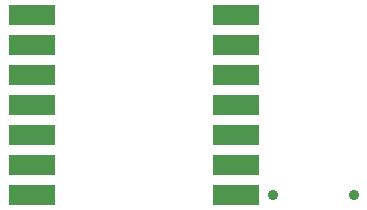
<source format=gbr>
%TF.GenerationSoftware,KiCad,Pcbnew,(6.0.6)*%
%TF.CreationDate,2022-12-20T00:37:19-06:00*%
%TF.ProjectId,Realm Card,5265616c-6d20-4436-9172-642e6b696361,A*%
%TF.SameCoordinates,Original*%
%TF.FileFunction,Soldermask,Bot*%
%TF.FilePolarity,Negative*%
%FSLAX46Y46*%
G04 Gerber Fmt 4.6, Leading zero omitted, Abs format (unit mm)*
G04 Created by KiCad (PCBNEW (6.0.6)) date 2022-12-20 00:37:19*
%MOMM*%
%LPD*%
G01*
G04 APERTURE LIST*
%ADD10C,0.900000*%
%ADD11R,4.000000X1.700000*%
G04 APERTURE END LIST*
D10*
%TO.C,SW1*%
X43570000Y-37630000D03*
X36770000Y-37630000D03*
%TD*%
D11*
%TO.C,J1*%
X16380000Y-22380000D03*
X16380000Y-24920000D03*
X16380000Y-27460000D03*
X16380000Y-30000000D03*
X16380000Y-32540000D03*
X16380000Y-35080000D03*
X16380000Y-37620000D03*
X33620000Y-22380000D03*
X33620000Y-24920000D03*
X33620000Y-27460000D03*
X33620000Y-30000000D03*
X33620000Y-32540000D03*
X33620000Y-35080000D03*
X33620000Y-37620000D03*
%TD*%
M02*

</source>
